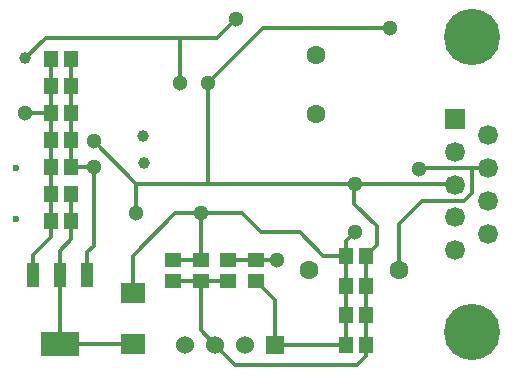
<source format=gbr>
G04 Layer_Physical_Order=2*
G04 Layer_Color=66047*
%FSLAX25Y25*%
%MOIN*%
G70*
G01*
G75*
%ADD15R,0.04528X0.05315*%
%ADD16R,0.05315X0.04528*%
%ADD18C,0.01181*%
%ADD19C,0.03937*%
%ADD20C,0.02362*%
%ADD21C,0.06000*%
%ADD22R,0.06000X0.06000*%
%ADD23C,0.18740*%
%ADD24R,0.06653X0.06653*%
%ADD25C,0.06653*%
%ADD26C,0.06299*%
%ADD27C,0.05118*%
%ADD28R,0.07874X0.06693*%
%ADD29R,0.12795X0.08465*%
%ADD30R,0.03937X0.08465*%
D15*
X300689Y183661D02*
D03*
X293799D02*
D03*
X300689Y173524D02*
D03*
X293799D02*
D03*
X300689Y164075D02*
D03*
X293799D02*
D03*
X300689Y154035D02*
D03*
X293799D02*
D03*
X195473Y195276D02*
D03*
X202362D02*
D03*
X195473Y204265D02*
D03*
X202362D02*
D03*
X195473Y213255D02*
D03*
X202362D02*
D03*
X195473Y222244D02*
D03*
X202362D02*
D03*
X195473Y231234D02*
D03*
X202362D02*
D03*
X195473Y240223D02*
D03*
X202362D02*
D03*
X195473Y249213D02*
D03*
X202362D02*
D03*
D16*
X263976Y182283D02*
D03*
Y175394D02*
D03*
X254692Y182283D02*
D03*
Y175394D02*
D03*
X245407D02*
D03*
Y182283D02*
D03*
X236122Y175394D02*
D03*
Y182283D02*
D03*
D18*
X296673Y207579D02*
Y207658D01*
Y201161D02*
Y207579D01*
X193734Y231201D02*
X194619Y232087D01*
X198524Y154429D02*
Y177461D01*
X293799Y188583D02*
X296752Y191535D01*
X293799Y183661D02*
Y188583D01*
X286319Y183661D02*
X293799D01*
X278445Y191535D02*
X286319Y183661D01*
X265453Y191535D02*
X278445D01*
X296673Y201161D02*
X304232Y193602D01*
Y187205D02*
Y193602D01*
X300689Y183661D02*
X304232Y187205D01*
X336024Y204724D02*
Y212933D01*
X341319D01*
X296752Y207579D02*
X330039D01*
X296673D02*
X296752D01*
X296595Y207658D02*
X296673Y207579D01*
X247638Y207658D02*
X296595D01*
X195473Y249213D02*
X195492D01*
X189469Y177461D02*
Y184153D01*
X195473Y190157D01*
Y195276D01*
X186909Y231299D02*
X187008Y231201D01*
X193734D01*
X194619Y232087D02*
X195473Y231234D01*
X330039Y207579D02*
X330138Y207480D01*
X238484Y256496D02*
X250886D01*
X193898D02*
X238484D01*
Y241240D02*
Y256496D01*
X186909Y249508D02*
X193898Y256496D01*
X250886D02*
X257185Y262795D01*
X195473Y195276D02*
Y204265D01*
Y213255D01*
X318445Y212933D02*
X336024D01*
X333268Y201969D02*
X336024Y204724D01*
X319291Y201969D02*
X333268D01*
X311555Y194232D02*
X319291Y201969D01*
X311555Y178839D02*
Y194232D01*
X247736Y241240D02*
X266043Y259547D01*
X308661D01*
X318307Y212795D02*
X318445Y212933D01*
X209744Y221949D02*
X224016Y207677D01*
Y207658D02*
Y207677D01*
Y207658D02*
X247638D01*
X224016Y197933D02*
Y207658D01*
X247638D02*
X247736Y207756D01*
Y241240D01*
X198524Y177461D02*
Y185433D01*
X202362Y189272D01*
Y195276D01*
Y204265D01*
Y240223D02*
Y249213D01*
Y231234D02*
Y240223D01*
Y222244D02*
Y231234D01*
Y213255D02*
Y222244D01*
Y213255D02*
X202395Y213287D01*
X209744D01*
X195473Y240223D02*
Y249213D01*
Y231234D02*
Y240223D01*
Y222244D02*
Y231234D01*
Y213255D02*
Y222244D01*
X207579Y184941D02*
X209744Y187106D01*
Y213287D01*
X207579Y177461D02*
Y184941D01*
X222736Y171358D02*
Y183563D01*
X237008Y197835D01*
X245407Y158865D02*
X250335Y153937D01*
X245407Y158865D02*
Y175394D01*
X254692D01*
X236122D02*
X245407D01*
X270335Y153937D02*
Y169035D01*
X263976Y175394D02*
X270335Y169035D01*
X245407Y197671D02*
X245571Y197835D01*
X245407Y182283D02*
Y197671D01*
X236122Y182283D02*
X245407D01*
X254692D02*
X263976D01*
X270768D01*
X198524Y154429D02*
X222736D01*
X222736Y154429D01*
X293799Y154035D02*
Y164075D01*
Y173524D01*
Y183661D01*
X300689Y154035D02*
Y164075D01*
Y173524D01*
Y183661D01*
X237008Y197835D02*
X245571D01*
X259154D01*
X265453Y191535D01*
X270433Y154035D02*
X293799D01*
X270335Y153937D02*
X270433Y154035D01*
X300689Y150394D02*
Y154035D01*
X297539Y147244D02*
X300689Y150394D01*
X257028Y147244D02*
X297539D01*
X250335Y153937D02*
X257028Y147244D01*
D19*
X226279Y223524D02*
D03*
X226378Y214764D02*
D03*
X186909Y249508D02*
D03*
D20*
X183780Y213161D02*
D03*
Y195839D02*
D03*
D21*
X240335Y153937D02*
D03*
X260335D02*
D03*
X250335D02*
D03*
D22*
X270335D02*
D03*
D23*
X335728Y158287D02*
D03*
Y256673D02*
D03*
D24*
X330138Y229291D02*
D03*
D25*
X341319Y223839D02*
D03*
X330138Y218386D02*
D03*
X341319Y212933D02*
D03*
X330138Y207480D02*
D03*
X341319Y202028D02*
D03*
X330138Y196575D02*
D03*
X341319Y191122D02*
D03*
X330138Y185669D02*
D03*
D26*
X283858Y230906D02*
D03*
Y250590D02*
D03*
X311555Y178839D02*
D03*
X281555D02*
D03*
D27*
X186909Y231299D02*
D03*
X238484Y241240D02*
D03*
X257185Y262795D02*
D03*
X308661Y259547D02*
D03*
X318307Y212795D02*
D03*
X296752Y207579D02*
D03*
X209744Y221949D02*
D03*
X247736Y241240D02*
D03*
X209744Y213287D02*
D03*
X270768Y182283D02*
D03*
X245571Y197835D02*
D03*
X296752Y191535D02*
D03*
X224016Y197933D02*
D03*
D28*
X222736Y154429D02*
D03*
Y171358D02*
D03*
D29*
X198524Y154429D02*
D03*
D30*
X207579Y177461D02*
D03*
X198524D02*
D03*
X189469D02*
D03*
M02*

</source>
